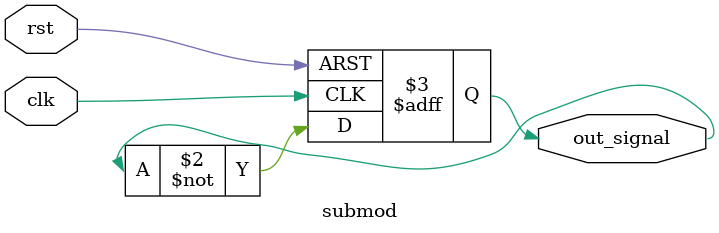
<source format=sv>

`timescale 1ns / 1ps
module submod (
    input logic clk,
    input logic rst,
    output logic out_signal
);
  always_ff @(posedge clk or posedge rst) begin
    if (rst) begin
      out_signal <= 1'b0;
    end
    else begin
      out_signal <= ~out_signal;
    end
  end
endmodule

</source>
